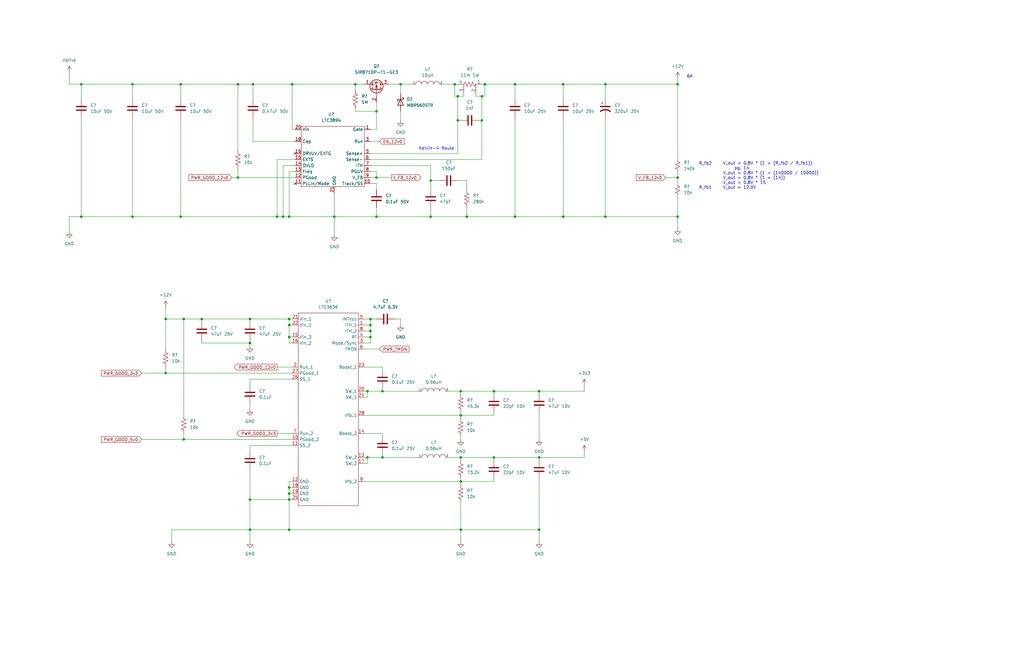
<source format=kicad_sch>
(kicad_sch (version 20210621) (generator eeschema)
  (paper "B")
  (title_block (date "2021-10-03"))
  (lib_symbols
    (symbol "Device:C" (pin_numbers hide) (pin_names (offset 0.254))
      (property "Reference" "C" (at 0.635 2.54 0))
      (property "Value" "C" (at 0.635 -2.54 0))
      (symbol "C_0_1"
        (polyline (pts (xy -2.032 -0.762) (xy 2.032 -0.762)) (stroke (width 0.508)))
        (polyline (pts (xy -2.032 0.762) (xy 2.032 0.762)) (stroke (width 0.508)))
      )
      (symbol "C_1_1"
        (pin passive line (at 0 3.81 270) (length 2.794) (name "~") (number "1"))
        (pin passive line (at 0 -3.81 90) (length 2.794) (name "~") (number "2"))
      )
    )
    (symbol "Device:C_Polarized_US" (pin_numbers hide) (pin_names (offset 0.254) hide)
      (property "Reference" "C" (at 0.635 2.54 0))
      (property "Value" "C_Polarized_US" (at 0.635 -2.54 0))
      (symbol "C_Polarized_US_0_1"
        (arc (start -2.032 -1.27) (end 2.032 -1.27) (radius (at 0 -3.81) (length 3.2512) (angles 128.7 51.3)) (stroke (width 0.508)))
        (polyline (pts (xy -2.032 0.762) (xy 2.032 0.762)) (stroke (width 0.508)))
        (polyline (pts (xy -1.778 2.286) (xy -0.762 2.286)))
        (polyline (pts (xy -1.27 1.778) (xy -1.27 2.794)))
      )
      (symbol "C_Polarized_US_1_1"
        (pin passive line (at 0 3.81 270) (length 2.794) (name "~") (number "1"))
        (pin passive line (at 0 -3.81 90) (length 3.302) (name "~") (number "2"))
      )
    )
    (symbol "Device:D_Schottky" (pin_numbers hide) (pin_names (offset 1.016) hide)
      (property "Reference" "D" (at 0 2.54 0))
      (property "Value" "D_Schottky" (at 0 -2.54 0))
      (symbol "D_Schottky_0_1"
        (polyline (pts (xy 1.27 0) (xy -1.27 0)))
        (polyline (pts (xy 1.27 1.27) (xy 1.27 -1.27) (xy -1.27 0) (xy 1.27 1.27)) (stroke (width 0.254)))
        (polyline (pts (xy -1.905 0.635) (xy -1.905 1.27) (xy -1.27 1.27) (xy -1.27 -1.27) (xy -0.635 -1.27) (xy -0.635 -0.635)) (stroke (width 0.254)))
      )
      (symbol "D_Schottky_1_1"
        (pin passive line (at -3.81 0 0) (length 2.54) (name "K") (number "1"))
        (pin passive line (at 3.81 0 180) (length 2.54) (name "A") (number "2"))
      )
    )
    (symbol "Device:Q_PMOS_SGD" (pin_names (offset 0) hide)
      (property "Reference" "Q" (at 5.08 1.27 0))
      (property "Value" "Q_PMOS_SGD" (at 5.08 -1.27 0))
      (symbol "Q_PMOS_SGD_0_1"
        (circle (center 1.651 0) (radius 2.794) (stroke (width 0.254)))
        (circle (center 2.54 -1.778) (radius 0.254) (fill (type outline)))
        (circle (center 2.54 1.778) (radius 0.254) (fill (type outline)))
        (polyline (pts (xy 0.254 0) (xy -2.54 0)))
        (polyline (pts (xy 0.254 1.905) (xy 0.254 -1.905)) (stroke (width 0.254)))
        (polyline (pts (xy 0.762 -1.27) (xy 0.762 -2.286)) (stroke (width 0.254)))
        (polyline (pts (xy 0.762 0.508) (xy 0.762 -0.508)) (stroke (width 0.254)))
        (polyline (pts (xy 0.762 2.286) (xy 0.762 1.27)) (stroke (width 0.254)))
        (polyline (pts (xy 2.54 2.54) (xy 2.54 1.778)))
        (polyline (pts (xy 2.54 -2.54) (xy 2.54 0) (xy 0.762 0)))
        (polyline (pts (xy 0.762 1.778) (xy 3.302 1.778) (xy 3.302 -1.778) (xy 0.762 -1.778)))
        (polyline (pts (xy 2.794 -0.508) (xy 2.921 -0.381) (xy 3.683 -0.381) (xy 3.81 -0.254)))
        (polyline (pts (xy 3.302 -0.381) (xy 2.921 0.254) (xy 3.683 0.254) (xy 3.302 -0.381)))
        (polyline (pts (xy 2.286 0) (xy 1.27 0.381) (xy 1.27 -0.381) (xy 2.286 0)) (fill (type outline)))
      )
      (symbol "Q_PMOS_SGD_1_1"
        (pin passive line (at 2.54 -5.08 90) (length 2.54) (name "S") (number "1"))
        (pin input line (at -5.08 0 0) (length 2.54) (name "G") (number "2"))
        (pin passive line (at 2.54 5.08 270) (length 2.54) (name "D") (number "3"))
      )
    )
    (symbol "Device:R_Shunt_US" (pin_numbers hide) (pin_names (offset 0))
      (property "Reference" "R" (at -5.08 0 90))
      (property "Value" "R_Shunt_US" (at -3.048 0 90))
      (symbol "R_Shunt_US_1_1"
        (polyline (pts (xy 0 -2.54) (xy 1.27 -2.54)))
        (polyline (pts (xy 0 -2.286) (xy 0 -2.54)))
        (polyline (pts (xy 0 2.286) (xy 0 2.54)))
        (polyline (pts (xy 1.27 2.54) (xy 0 2.54)))
        (polyline (pts (xy 0 -0.762) (xy 1.016 -1.143) (xy 0 -1.524) (xy -1.016 -1.905) (xy 0 -2.286)))
        (polyline (pts (xy 0 0.762) (xy 1.016 0.381) (xy 0 0) (xy -1.016 -0.381) (xy 0 -0.762)))
        (polyline (pts (xy 0 2.286) (xy 1.016 1.905) (xy 0 1.524) (xy -1.016 1.143) (xy 0 0.762)))
        (pin passive line (at 0 5.08 270) (length 2.54) (name "1") (number "1"))
        (pin passive line (at 3.81 2.54 180) (length 2.54) (name "2") (number "2"))
        (pin passive line (at 3.81 -2.54 180) (length 2.54) (name "3") (number "3"))
        (pin passive line (at 0 -5.08 90) (length 2.54) (name "4") (number "4"))
      )
    )
    (symbol "Device:R_Small_US" (pin_numbers hide) (pin_names (offset 0.254) hide)
      (property "Reference" "R" (at 0.762 0.508 0))
      (property "Value" "R_Small_US" (at 0.762 -1.016 0))
      (symbol "R_Small_US_1_1"
        (polyline (pts (xy 0 0) (xy 1.016 -0.381) (xy 0 -0.762) (xy -1.016 -1.143) (xy 0 -1.524)))
        (polyline (pts (xy 0 1.524) (xy 1.016 1.143) (xy 0 0.762) (xy -1.016 0.381) (xy 0 0)))
        (pin passive line (at 0 2.54 270) (length 1.016) (name "~") (number "1"))
        (pin passive line (at 0 -2.54 90) (length 1.016) (name "~") (number "2"))
      )
    )
    (symbol "Device:R_US" (pin_numbers hide) (pin_names (offset 0))
      (property "Reference" "R" (at 2.54 0 90))
      (property "Value" "R_US" (at -2.54 0 90))
      (symbol "R_US_0_1"
        (polyline (pts (xy 0 -2.286) (xy 0 -2.54)))
        (polyline (pts (xy 0 2.286) (xy 0 2.54)))
        (polyline (pts (xy 0 -0.762) (xy 1.016 -1.143) (xy 0 -1.524) (xy -1.016 -1.905) (xy 0 -2.286)))
        (polyline (pts (xy 0 0.762) (xy 1.016 0.381) (xy 0 0) (xy -1.016 -0.381) (xy 0 -0.762)))
        (polyline (pts (xy 0 2.286) (xy 1.016 1.905) (xy 0 1.524) (xy -1.016 1.143) (xy 0 0.762)))
      )
      (symbol "R_US_1_1"
        (pin passive line (at 0 3.81 270) (length 1.27) (name "~") (number "1"))
        (pin passive line (at 0 -3.81 90) (length 1.27) (name "~") (number "2"))
      )
    )
    (symbol "ltc_regulators:LTC3636"
      (property "Reference" "U" (at -11.43 -41.91 0))
      (property "Value" "LTC3636" (at 0 41.91 0))
      (symbol "LTC3636_0_1"
        (rectangle (start -12.7 40.64) (end 12.7 -40.64) (stroke (width 0.1524)))
      )
      (symbol "LTC3636_1_1"
        (pin bidirectional line (at 15.24 35.56 180) (length 2.54) (name "ITH_1") (number "1"))
        (pin input line (at -15.24 -12.7 0) (length 2.54) (name "PGood_2") (number "10"))
        (pin input line (at -15.24 -15.24 0) (length 2.54) (name "SS_2") (number "11"))
        (pin power_in line (at -15.24 -30.48 0) (length 2.54) (name "GND") (number "12"))
        (pin power_out line (at 15.24 -20.32 180) (length 2.54) (name "SW_2") (number "13"))
        (pin bidirectional line (at 15.24 -10.16 180) (length 2.54) (name "Boost_2") (number "14"))
        (pin power_in line (at -15.24 30.48 0) (length 2.54) (name "Vin_2") (number "15"))
        (pin power_in line (at -15.24 27.94 0) (length 2.54) (name "Vin_2") (number "16"))
        (pin power_out line (at 15.24 -22.86 180) (length 2.54) (name "SW_2") (number "17"))
        (pin power_in line (at -15.24 -33.02 0) (length 2.54) (name "GND") (number "18"))
        (pin power_in line (at -15.24 -35.56 0) (length 2.54) (name "GND") (number "19"))
        (pin input line (at -15.24 17.78 0) (length 2.54) (name "Run_1") (number "2"))
        (pin power_out line (at 15.24 7.62 180) (length 2.54) (name "SW_1") (number "20"))
        (pin power_in line (at -15.24 38.1 0) (length 2.54) (name "Vin_1") (number "21"))
        (pin power_in line (at -15.24 35.56 0) (length 2.54) (name "Vin_1") (number "22"))
        (pin bidirectional line (at 15.24 17.78 180) (length 2.54) (name "Boost_1") (number "23"))
        (pin power_out line (at 15.24 5.08 180) (length 2.54) (name "SW_1") (number "24"))
        (pin power_in line (at -15.24 -38.1 0) (length 2.54) (name "GND") (number "25"))
        (pin input line (at -15.24 12.7 0) (length 2.54) (name "SS_1") (number "26"))
        (pin input line (at -15.24 15.24 0) (length 2.54) (name "PGood_1") (number "27"))
        (pin input line (at 15.24 -2.54 180) (length 2.54) (name "Vfb_1") (number "28"))
        (pin input line (at 15.24 27.94 180) (length 2.54) (name "Mode/Sync") (number "3"))
        (pin input line (at 15.24 30.48 180) (length 2.54) (name "RT") (number "4"))
        (pin power_out line (at 15.24 38.1 180) (length 2.54) (name "INTVcc") (number "5"))
        (pin output line (at 15.24 25.4 180) (length 2.54) (name "TMON") (number "6"))
        (pin input line (at -15.24 -10.16 0) (length 2.54) (name "Run_2") (number "7"))
        (pin bidirectional line (at 15.24 33.02 180) (length 2.54) (name "ITH_2") (number "8"))
        (pin output line (at 15.24 -30.48 180) (length 2.54) (name "Vfb_2") (number "9"))
      )
    )
    (symbol "ltc_regulators:LTC3894"
      (property "Reference" "U" (at -12.7 -15.24 0))
      (property "Value" "LTC3894" (at -8.89 12.7 0))
      (symbol "LTC3894_0_1"
        (rectangle (start -13.97 11.43) (end 12.7 -13.97) (stroke (width 0.1524)))
      )
      (symbol "LTC3894_1_1"
        (pin output line (at 15.24 10.16 180) (length 2.54) (name "Gate") (number "1"))
        (pin bidirectional line (at 15.24 -12.7 180) (length 2.54) (name "Track/SS") (number "10"))
        (pin input line (at -16.51 -12.7 0) (length 2.54) (name "PLLIn/Mode") (number "11"))
        (pin bidirectional line (at -16.51 -10.16 0) (length 2.54) (name "PGood") (number "12"))
        (pin bidirectional line (at -16.51 -7.62 0) (length 2.54) (name "Freq") (number "13"))
        (pin input line (at -16.51 -5.08 0) (length 2.54) (name "OVLO") (number "14"))
        (pin bidirectional line (at -16.51 -2.54 0) (length 2.54) (name "EXTS") (number "15"))
        (pin bidirectional line (at -16.51 0 0) (length 2.54) (name "DRVUV/EXTG") (number "16"))
        (pin bidirectional line (at -16.51 5.08 0) (length 2.54) (name "Cap") (number "18"))
        (pin power_in line (at -16.51 10.16 0) (length 2.54) (name "Vin") (number "20"))
        (pin power_in line (at 0 -16.51 90) (length 2.54) (name "GND") (number "21"))
        (pin input line (at 15.24 5.08 180) (length 2.54) (name "Run") (number "3"))
        (pin input line (at 15.24 0 180) (length 2.54) (name "Sense+") (number "5"))
        (pin input line (at 15.24 -2.54 180) (length 2.54) (name "Sense-") (number "6"))
        (pin bidirectional line (at 15.24 -5.08 180) (length 2.54) (name "ITH") (number "7"))
        (pin input line (at 15.24 -7.62 180) (length 2.54) (name "PGUV") (number "8"))
        (pin input line (at 15.24 -10.16 180) (length 2.54) (name "V_FB") (number "9"))
      )
    )
    (symbol "power:+12V" (power) (pin_names (offset 0))
      (property "Value" "+12V" (at 0 3.556 0))
      (symbol "+12V_0_1"
        (polyline (pts (xy -0.762 1.27) (xy 0 2.54)))
        (polyline (pts (xy 0 0) (xy 0 2.54)))
        (polyline (pts (xy 0 2.54) (xy 0.762 1.27)))
      )
      (symbol "+12V_1_1"
        (pin power_in line (at 0 0 90) (length 0) hide (name "+12V") (number "1"))
      )
    )
    (symbol "power:+3V3" (power) (pin_names (offset 0))
      (property "Value" "+3V3" (at 0 3.556 0))
      (symbol "+3V3_0_1"
        (polyline (pts (xy -0.762 1.27) (xy 0 2.54)))
        (polyline (pts (xy 0 0) (xy 0 2.54)))
        (polyline (pts (xy 0 2.54) (xy 0.762 1.27)))
      )
      (symbol "+3V3_1_1"
        (pin power_in line (at 0 0 90) (length 0) hide (name "+3V3") (number "1"))
      )
    )
    (symbol "power:+5V" (power) (pin_names (offset 0))
      (property "Value" "+5V" (at 0 3.556 0))
      (symbol "+5V_0_1"
        (polyline (pts (xy -0.762 1.27) (xy 0 2.54)))
        (polyline (pts (xy 0 0) (xy 0 2.54)))
        (polyline (pts (xy 0 2.54) (xy 0.762 1.27)))
      )
      (symbol "+5V_1_1"
        (pin power_in line (at 0 0 90) (length 0) hide (name "+5V") (number "1"))
      )
    )
    (symbol "power:GND" (power) (pin_names (offset 0))
      (property "Value" "GND" (at 0 -3.81 0))
      (symbol "GND_0_1"
        (polyline (pts (xy 0 0) (xy 0 -1.27) (xy 1.27 -1.27) (xy 0 -2.54) (xy -1.27 -1.27) (xy 0 -1.27)))
      )
      (symbol "GND_1_1"
        (pin power_in line (at 0 0 270) (length 0) hide (name "GND") (number "1"))
      )
    )
    (symbol "power:Vdrive" (power) (pin_names (offset 0))
      (property "Value" "Vdrive" (at 0 3.81 0))
      (symbol "Vdrive_0_1"
        (polyline (pts (xy -0.762 1.27) (xy 0 2.54)))
        (polyline (pts (xy 0 0) (xy 0 2.54)))
        (polyline (pts (xy 0 2.54) (xy 0.762 1.27)))
      )
      (symbol "Vdrive_1_1"
        (pin power_in line (at 0 0 90) (length 0) hide (name "Vdrive") (number "1"))
      )
    )
    (symbol "pspice:INDUCTOR" (pin_numbers hide) (pin_names (offset 0))
      (property "Reference" "L" (at 0 2.54 0))
      (property "Value" "INDUCTOR" (at 0 -1.27 0))
      (symbol "INDUCTOR_0_1"
        (arc (start -2.54 0) (end -5.08 0) (radius (at -3.81 0) (length 1.27) (angles 0.1 179.9)))
        (arc (start 0 0) (end -2.54 0) (radius (at -1.27 0) (length 1.27) (angles 0.1 179.9)))
        (arc (start 2.54 0) (end 0 0) (radius (at 1.27 0) (length 1.27) (angles 0.1 179.9)))
        (arc (start 5.08 0) (end 2.54 0) (radius (at 3.81 0) (length 1.27) (angles 0.1 179.9)))
      )
      (symbol "INDUCTOR_1_1"
        (pin input line (at -6.35 0 0) (length 1.27) (name "1") (number "1"))
        (pin input line (at 6.35 0 180) (length 1.27) (name "2") (number "2"))
      )
    )
  )
  (junction (at 34.29 35.56) (diameter 0.9144))
  (junction (at 34.29 91.44) (diameter 0.9144))
  (junction (at 55.88 35.56) (diameter 0.9144))
  (junction (at 55.88 91.44) (diameter 0.9144))
  (junction (at 69.85 134.62) (diameter 0.9144))
  (junction (at 69.85 157.48) (diameter 0.9144))
  (junction (at 76.2 35.56) (diameter 0.9144))
  (junction (at 76.2 91.44) (diameter 0.9144))
  (junction (at 77.47 134.62) (diameter 0.9144))
  (junction (at 77.47 185.42) (diameter 0.9144))
  (junction (at 85.09 134.62) (diameter 0.9144))
  (junction (at 100.33 35.56) (diameter 0.9144))
  (junction (at 100.33 74.93) (diameter 0.9144))
  (junction (at 105.41 134.62) (diameter 0.9144))
  (junction (at 105.41 144.78) (diameter 0.9144))
  (junction (at 105.41 210.82) (diameter 0.9144))
  (junction (at 105.41 223.52) (diameter 0.9144))
  (junction (at 106.68 35.56) (diameter 0.9144))
  (junction (at 116.84 91.44) (diameter 0.9144))
  (junction (at 119.38 91.44) (diameter 0.9144))
  (junction (at 121.92 91.44) (diameter 0.9144))
  (junction (at 121.92 134.62) (diameter 0.9144))
  (junction (at 121.92 137.16) (diameter 0.9144))
  (junction (at 121.92 142.24) (diameter 0.9144))
  (junction (at 121.92 205.74) (diameter 0.9144))
  (junction (at 121.92 208.28) (diameter 0.9144))
  (junction (at 121.92 210.82) (diameter 0.9144))
  (junction (at 121.92 223.52) (diameter 0.9144))
  (junction (at 123.19 35.56) (diameter 0.9144))
  (junction (at 140.97 91.44) (diameter 0.9144))
  (junction (at 149.86 35.56) (diameter 0.9144))
  (junction (at 154.94 165.1) (diameter 0.9144))
  (junction (at 154.94 193.04) (diameter 0.9144))
  (junction (at 156.21 134.62) (diameter 0.9144))
  (junction (at 156.21 137.16) (diameter 0.9144))
  (junction (at 156.21 139.7) (diameter 0.9144))
  (junction (at 156.21 142.24) (diameter 0.9144))
  (junction (at 158.75 46.99) (diameter 0.9144))
  (junction (at 158.75 74.93) (diameter 0.9144))
  (junction (at 158.75 91.44) (diameter 0.9144))
  (junction (at 161.29 165.1) (diameter 0.9144))
  (junction (at 161.29 193.04) (diameter 0.9144))
  (junction (at 168.91 35.56) (diameter 0.9144))
  (junction (at 181.61 76.2) (diameter 0.9144))
  (junction (at 181.61 91.44) (diameter 0.9144))
  (junction (at 191.77 35.56) (diameter 0.9144))
  (junction (at 193.04 40.64) (diameter 0.9144))
  (junction (at 193.04 50.8) (diameter 0.9144))
  (junction (at 194.31 165.1) (diameter 0.9144))
  (junction (at 194.31 175.26) (diameter 0.9144))
  (junction (at 194.31 193.04) (diameter 0.9144))
  (junction (at 194.31 203.2) (diameter 0.9144))
  (junction (at 194.31 223.52) (diameter 0.9144))
  (junction (at 196.85 91.44) (diameter 0.9144))
  (junction (at 203.2 40.64) (diameter 0.9144))
  (junction (at 203.2 50.8) (diameter 0.9144))
  (junction (at 204.47 35.56) (diameter 0.9144))
  (junction (at 208.28 165.1) (diameter 0.9144))
  (junction (at 208.28 193.04) (diameter 0.9144))
  (junction (at 217.17 35.56) (diameter 0.9144))
  (junction (at 217.17 91.44) (diameter 0.9144))
  (junction (at 227.33 165.1) (diameter 0.9144))
  (junction (at 227.33 193.04) (diameter 0.9144))
  (junction (at 227.33 223.52) (diameter 0.9144))
  (junction (at 237.49 35.56) (diameter 0.9144))
  (junction (at 237.49 91.44) (diameter 0.9144))
  (junction (at 255.27 35.56) (diameter 0.9144))
  (junction (at 255.27 91.44) (diameter 0.9144))
  (junction (at 285.75 35.56) (diameter 0.9144))
  (junction (at 285.75 74.93) (diameter 0.9144))
  (junction (at 285.75 91.44) (diameter 0.9144))
  (no_connect (at 124.46 64.77))
  (no_connect (at 124.46 77.47))
  (wire (pts (xy 29.21 30.48) (xy 29.21 35.56)))
  (wire (pts (xy 29.21 35.56) (xy 34.29 35.56)))
  (wire (pts (xy 29.21 91.44) (xy 29.21 97.79)))
  (wire (pts (xy 34.29 35.56) (xy 34.29 41.91)))
  (wire (pts (xy 34.29 35.56) (xy 55.88 35.56)))
  (wire (pts (xy 34.29 49.53) (xy 34.29 91.44)))
  (wire (pts (xy 34.29 91.44) (xy 29.21 91.44)))
  (wire (pts (xy 34.29 91.44) (xy 55.88 91.44)))
  (wire (pts (xy 55.88 35.56) (xy 55.88 41.91)))
  (wire (pts (xy 55.88 35.56) (xy 76.2 35.56)))
  (wire (pts (xy 55.88 49.53) (xy 55.88 91.44)))
  (wire (pts (xy 55.88 91.44) (xy 76.2 91.44)))
  (wire (pts (xy 59.69 157.48) (xy 69.85 157.48)))
  (wire (pts (xy 59.69 185.42) (xy 77.47 185.42)))
  (wire (pts (xy 69.85 134.62) (xy 69.85 129.54)))
  (wire (pts (xy 69.85 134.62) (xy 69.85 147.32)))
  (wire (pts (xy 69.85 154.94) (xy 69.85 157.48)))
  (wire (pts (xy 69.85 157.48) (xy 123.19 157.48)))
  (wire (pts (xy 72.39 223.52) (xy 105.41 223.52)))
  (wire (pts (xy 72.39 228.6) (xy 72.39 223.52)))
  (wire (pts (xy 76.2 35.56) (xy 76.2 41.91)))
  (wire (pts (xy 76.2 35.56) (xy 100.33 35.56)))
  (wire (pts (xy 76.2 49.53) (xy 76.2 91.44)))
  (wire (pts (xy 76.2 91.44) (xy 116.84 91.44)))
  (wire (pts (xy 77.47 134.62) (xy 69.85 134.62)))
  (wire (pts (xy 77.47 134.62) (xy 77.47 175.26)))
  (wire (pts (xy 77.47 134.62) (xy 85.09 134.62)))
  (wire (pts (xy 77.47 182.88) (xy 77.47 185.42)))
  (wire (pts (xy 77.47 185.42) (xy 123.19 185.42)))
  (wire (pts (xy 85.09 134.62) (xy 85.09 135.89)))
  (wire (pts (xy 85.09 143.51) (xy 85.09 144.78)))
  (wire (pts (xy 85.09 144.78) (xy 105.41 144.78)))
  (wire (pts (xy 97.79 74.93) (xy 100.33 74.93)))
  (wire (pts (xy 100.33 35.56) (xy 100.33 63.5)))
  (wire (pts (xy 100.33 35.56) (xy 106.68 35.56)))
  (wire (pts (xy 100.33 71.12) (xy 100.33 74.93)))
  (wire (pts (xy 100.33 74.93) (xy 124.46 74.93)))
  (wire (pts (xy 105.41 134.62) (xy 85.09 134.62)))
  (wire (pts (xy 105.41 134.62) (xy 105.41 135.89)))
  (wire (pts (xy 105.41 143.51) (xy 105.41 144.78)))
  (wire (pts (xy 105.41 144.78) (xy 105.41 146.05)))
  (wire (pts (xy 105.41 160.02) (xy 123.19 160.02)))
  (wire (pts (xy 105.41 162.56) (xy 105.41 160.02)))
  (wire (pts (xy 105.41 170.18) (xy 105.41 172.72)))
  (wire (pts (xy 105.41 187.96) (xy 123.19 187.96)))
  (wire (pts (xy 105.41 190.5) (xy 105.41 187.96)))
  (wire (pts (xy 105.41 198.12) (xy 105.41 210.82)))
  (wire (pts (xy 105.41 210.82) (xy 105.41 223.52)))
  (wire (pts (xy 105.41 210.82) (xy 121.92 210.82)))
  (wire (pts (xy 105.41 223.52) (xy 105.41 228.6)))
  (wire (pts (xy 106.68 35.56) (xy 106.68 41.91)))
  (wire (pts (xy 106.68 35.56) (xy 123.19 35.56)))
  (wire (pts (xy 106.68 49.53) (xy 106.68 59.69)))
  (wire (pts (xy 106.68 59.69) (xy 124.46 59.69)))
  (wire (pts (xy 116.84 67.31) (xy 116.84 91.44)))
  (wire (pts (xy 116.84 91.44) (xy 119.38 91.44)))
  (wire (pts (xy 116.84 154.94) (xy 123.19 154.94)))
  (wire (pts (xy 116.84 182.88) (xy 123.19 182.88)))
  (wire (pts (xy 119.38 69.85) (xy 119.38 91.44)))
  (wire (pts (xy 119.38 91.44) (xy 121.92 91.44)))
  (wire (pts (xy 121.92 72.39) (xy 121.92 91.44)))
  (wire (pts (xy 121.92 91.44) (xy 140.97 91.44)))
  (wire (pts (xy 121.92 134.62) (xy 105.41 134.62)))
  (wire (pts (xy 121.92 134.62) (xy 123.19 134.62)))
  (wire (pts (xy 121.92 137.16) (xy 121.92 134.62)))
  (wire (pts (xy 121.92 137.16) (xy 123.19 137.16)))
  (wire (pts (xy 121.92 142.24) (xy 121.92 137.16)))
  (wire (pts (xy 121.92 142.24) (xy 123.19 142.24)))
  (wire (pts (xy 121.92 144.78) (xy 121.92 142.24)))
  (wire (pts (xy 121.92 203.2) (xy 121.92 205.74)))
  (wire (pts (xy 121.92 205.74) (xy 121.92 208.28)))
  (wire (pts (xy 121.92 205.74) (xy 123.19 205.74)))
  (wire (pts (xy 121.92 208.28) (xy 121.92 210.82)))
  (wire (pts (xy 121.92 208.28) (xy 123.19 208.28)))
  (wire (pts (xy 121.92 210.82) (xy 121.92 223.52)))
  (wire (pts (xy 121.92 210.82) (xy 123.19 210.82)))
  (wire (pts (xy 121.92 223.52) (xy 105.41 223.52)))
  (wire (pts (xy 121.92 223.52) (xy 194.31 223.52)))
  (wire (pts (xy 123.19 35.56) (xy 123.19 54.61)))
  (wire (pts (xy 123.19 144.78) (xy 121.92 144.78)))
  (wire (pts (xy 123.19 203.2) (xy 121.92 203.2)))
  (wire (pts (xy 124.46 54.61) (xy 123.19 54.61)))
  (wire (pts (xy 124.46 67.31) (xy 116.84 67.31)))
  (wire (pts (xy 124.46 69.85) (xy 119.38 69.85)))
  (wire (pts (xy 124.46 72.39) (xy 121.92 72.39)))
  (wire (pts (xy 140.97 81.28) (xy 140.97 91.44)))
  (wire (pts (xy 140.97 91.44) (xy 140.97 99.06)))
  (wire (pts (xy 140.97 91.44) (xy 158.75 91.44)))
  (wire (pts (xy 149.86 35.56) (xy 123.19 35.56)))
  (wire (pts (xy 149.86 35.56) (xy 149.86 38.1)))
  (wire (pts (xy 149.86 45.72) (xy 149.86 46.99)))
  (wire (pts (xy 149.86 46.99) (xy 158.75 46.99)))
  (wire (pts (xy 153.67 35.56) (xy 149.86 35.56)))
  (wire (pts (xy 153.67 137.16) (xy 156.21 137.16)))
  (wire (pts (xy 153.67 139.7) (xy 156.21 139.7)))
  (wire (pts (xy 153.67 142.24) (xy 156.21 142.24)))
  (wire (pts (xy 153.67 144.78) (xy 156.21 144.78)))
  (wire (pts (xy 153.67 147.32) (xy 160.02 147.32)))
  (wire (pts (xy 153.67 154.94) (xy 161.29 154.94)))
  (wire (pts (xy 153.67 165.1) (xy 154.94 165.1)))
  (wire (pts (xy 153.67 167.64) (xy 154.94 167.64)))
  (wire (pts (xy 153.67 175.26) (xy 194.31 175.26)))
  (wire (pts (xy 153.67 182.88) (xy 161.29 182.88)))
  (wire (pts (xy 153.67 193.04) (xy 154.94 193.04)))
  (wire (pts (xy 153.67 195.58) (xy 154.94 195.58)))
  (wire (pts (xy 153.67 203.2) (xy 194.31 203.2)))
  (wire (pts (xy 154.94 165.1) (xy 161.29 165.1)))
  (wire (pts (xy 154.94 167.64) (xy 154.94 165.1)))
  (wire (pts (xy 154.94 193.04) (xy 154.94 195.58)))
  (wire (pts (xy 154.94 193.04) (xy 161.29 193.04)))
  (wire (pts (xy 156.21 54.61) (xy 158.75 54.61)))
  (wire (pts (xy 156.21 59.69) (xy 160.02 59.69)))
  (wire (pts (xy 156.21 64.77) (xy 193.04 64.77)))
  (wire (pts (xy 156.21 67.31) (xy 203.2 67.31)))
  (wire (pts (xy 156.21 69.85) (xy 181.61 69.85)))
  (wire (pts (xy 156.21 72.39) (xy 158.75 72.39)))
  (wire (pts (xy 156.21 74.93) (xy 158.75 74.93)))
  (wire (pts (xy 156.21 77.47) (xy 158.75 77.47)))
  (wire (pts (xy 156.21 134.62) (xy 153.67 134.62)))
  (wire (pts (xy 156.21 134.62) (xy 158.75 134.62)))
  (wire (pts (xy 156.21 137.16) (xy 156.21 134.62)))
  (wire (pts (xy 156.21 139.7) (xy 156.21 137.16)))
  (wire (pts (xy 156.21 142.24) (xy 156.21 139.7)))
  (wire (pts (xy 156.21 144.78) (xy 156.21 142.24)))
  (wire (pts (xy 158.75 46.99) (xy 158.75 43.18)))
  (wire (pts (xy 158.75 54.61) (xy 158.75 46.99)))
  (wire (pts (xy 158.75 72.39) (xy 158.75 74.93)))
  (wire (pts (xy 158.75 74.93) (xy 165.1 74.93)))
  (wire (pts (xy 158.75 77.47) (xy 158.75 80.01)))
  (wire (pts (xy 158.75 87.63) (xy 158.75 91.44)))
  (wire (pts (xy 158.75 91.44) (xy 181.61 91.44)))
  (wire (pts (xy 161.29 154.94) (xy 161.29 156.21)))
  (wire (pts (xy 161.29 165.1) (xy 161.29 163.83)))
  (wire (pts (xy 161.29 165.1) (xy 176.53 165.1)))
  (wire (pts (xy 161.29 182.88) (xy 161.29 184.15)))
  (wire (pts (xy 161.29 193.04) (xy 161.29 191.77)))
  (wire (pts (xy 161.29 193.04) (xy 176.53 193.04)))
  (wire (pts (xy 163.83 35.56) (xy 168.91 35.56)))
  (wire (pts (xy 166.37 134.62) (xy 168.91 134.62)))
  (wire (pts (xy 168.91 35.56) (xy 168.91 39.37)))
  (wire (pts (xy 168.91 35.56) (xy 173.99 35.56)))
  (wire (pts (xy 168.91 46.99) (xy 168.91 50.8)))
  (wire (pts (xy 168.91 134.62) (xy 168.91 137.16)))
  (wire (pts (xy 181.61 76.2) (xy 181.61 69.85)))
  (wire (pts (xy 181.61 76.2) (xy 185.42 76.2)))
  (wire (pts (xy 181.61 80.01) (xy 181.61 76.2)))
  (wire (pts (xy 181.61 87.63) (xy 181.61 91.44)))
  (wire (pts (xy 181.61 91.44) (xy 196.85 91.44)))
  (wire (pts (xy 186.69 35.56) (xy 191.77 35.56)))
  (wire (pts (xy 189.23 165.1) (xy 194.31 165.1)))
  (wire (pts (xy 189.23 193.04) (xy 194.31 193.04)))
  (wire (pts (xy 191.77 35.56) (xy 191.77 40.64)))
  (wire (pts (xy 191.77 35.56) (xy 193.04 35.56)))
  (wire (pts (xy 191.77 40.64) (xy 193.04 40.64)))
  (wire (pts (xy 193.04 40.64) (xy 193.04 50.8)))
  (wire (pts (xy 193.04 40.64) (xy 195.58 40.64)))
  (wire (pts (xy 193.04 50.8) (xy 193.04 64.77)))
  (wire (pts (xy 193.04 50.8) (xy 194.31 50.8)))
  (wire (pts (xy 193.04 76.2) (xy 196.85 76.2)))
  (wire (pts (xy 194.31 165.1) (xy 194.31 166.37)))
  (wire (pts (xy 194.31 173.99) (xy 194.31 175.26)))
  (wire (pts (xy 194.31 175.26) (xy 194.31 176.53)))
  (wire (pts (xy 194.31 184.15) (xy 194.31 185.42)))
  (wire (pts (xy 194.31 193.04) (xy 194.31 194.31)))
  (wire (pts (xy 194.31 193.04) (xy 208.28 193.04)))
  (wire (pts (xy 194.31 201.93) (xy 194.31 203.2)))
  (wire (pts (xy 194.31 203.2) (xy 194.31 204.47)))
  (wire (pts (xy 194.31 203.2) (xy 208.28 203.2)))
  (wire (pts (xy 194.31 223.52) (xy 194.31 212.09)))
  (wire (pts (xy 194.31 223.52) (xy 194.31 228.6)))
  (wire (pts (xy 194.31 223.52) (xy 227.33 223.52)))
  (wire (pts (xy 195.58 39.37) (xy 195.58 40.64)))
  (wire (pts (xy 196.85 76.2) (xy 196.85 80.01)))
  (wire (pts (xy 196.85 87.63) (xy 196.85 91.44)))
  (wire (pts (xy 196.85 91.44) (xy 217.17 91.44)))
  (wire (pts (xy 200.66 39.37) (xy 200.66 40.64)))
  (wire (pts (xy 201.93 50.8) (xy 203.2 50.8)))
  (wire (pts (xy 203.2 35.56) (xy 204.47 35.56)))
  (wire (pts (xy 203.2 40.64) (xy 200.66 40.64)))
  (wire (pts (xy 203.2 40.64) (xy 203.2 50.8)))
  (wire (pts (xy 203.2 50.8) (xy 203.2 67.31)))
  (wire (pts (xy 204.47 35.56) (xy 204.47 40.64)))
  (wire (pts (xy 204.47 35.56) (xy 217.17 35.56)))
  (wire (pts (xy 204.47 40.64) (xy 203.2 40.64)))
  (wire (pts (xy 208.28 165.1) (xy 194.31 165.1)))
  (wire (pts (xy 208.28 165.1) (xy 227.33 165.1)))
  (wire (pts (xy 208.28 166.37) (xy 208.28 165.1)))
  (wire (pts (xy 208.28 173.99) (xy 208.28 175.26)))
  (wire (pts (xy 208.28 175.26) (xy 194.31 175.26)))
  (wire (pts (xy 208.28 193.04) (xy 227.33 193.04)))
  (wire (pts (xy 208.28 194.31) (xy 208.28 193.04)))
  (wire (pts (xy 208.28 201.93) (xy 208.28 203.2)))
  (wire (pts (xy 217.17 35.56) (xy 217.17 41.91)))
  (wire (pts (xy 217.17 35.56) (xy 237.49 35.56)))
  (wire (pts (xy 217.17 49.53) (xy 217.17 91.44)))
  (wire (pts (xy 217.17 91.44) (xy 237.49 91.44)))
  (wire (pts (xy 227.33 165.1) (xy 246.38 165.1)))
  (wire (pts (xy 227.33 166.37) (xy 227.33 165.1)))
  (wire (pts (xy 227.33 173.99) (xy 227.33 185.42)))
  (wire (pts (xy 227.33 193.04) (xy 227.33 194.31)))
  (wire (pts (xy 227.33 193.04) (xy 246.38 193.04)))
  (wire (pts (xy 227.33 223.52) (xy 227.33 201.93)))
  (wire (pts (xy 227.33 223.52) (xy 227.33 228.6)))
  (wire (pts (xy 237.49 35.56) (xy 237.49 41.91)))
  (wire (pts (xy 237.49 35.56) (xy 255.27 35.56)))
  (wire (pts (xy 237.49 49.53) (xy 237.49 91.44)))
  (wire (pts (xy 237.49 91.44) (xy 255.27 91.44)))
  (wire (pts (xy 246.38 162.56) (xy 246.38 165.1)))
  (wire (pts (xy 246.38 190.5) (xy 246.38 193.04)))
  (wire (pts (xy 255.27 35.56) (xy 255.27 41.91)))
  (wire (pts (xy 255.27 35.56) (xy 285.75 35.56)))
  (wire (pts (xy 255.27 49.53) (xy 255.27 91.44)))
  (wire (pts (xy 255.27 91.44) (xy 285.75 91.44)))
  (wire (pts (xy 280.67 74.93) (xy 285.75 74.93)))
  (wire (pts (xy 285.75 33.02) (xy 285.75 35.56)))
  (wire (pts (xy 285.75 35.56) (xy 285.75 67.31)))
  (wire (pts (xy 285.75 72.39) (xy 285.75 74.93)))
  (wire (pts (xy 285.75 74.93) (xy 285.75 77.47)))
  (wire (pts (xy 285.75 82.55) (xy 285.75 91.44)))
  (wire (pts (xy 285.75 91.44) (xy 285.75 96.52)))
  (text "Kelvin-4 Route" (at 176.53 63.5 0) (effects (font (size 1.27 1.27)) (justify left bottom)))
  (text "6A" (at 289.56 33.02 0) (effects (font (size 1.27 1.27)) (justify left bottom)))
  (text "R_fb2" (at 294.64 69.85 0) (effects (font (size 1.27 1.27)) (justify left bottom)))
  (text "R_fb1\n" (at 294.64 80.01 0) (effects (font (size 1.27 1.27)) (justify left bottom)))
  (text "V_out = 0.8V * (1 + (R_fb2 / R_fb1))\n	pg. 14\nV_out = 0.8V * (1 + (140000 / 10000))\nV_out = 0.8V * (1 + (14))\nV_out = 0.8V * 15\nV_out = 12.0V" (at 304.8 80.01 0) (effects (font (size 1.27 1.27)) (justify left bottom)))
  (global_label "PWR_GOOD_3v3" (shape input) (at 59.69 157.48 180) (property "Intersheet References" "${INTERSHEET_REFS}" (effects hide)))
  (global_label "PWR_GOOD_5v0" (shape input) (at 59.69 185.42 180) (property "Intersheet References" "${INTERSHEET_REFS}" (effects hide)))
  (global_label "PWR_GOOD_12v0" (shape input) (at 97.79 74.93 180) (property "Intersheet References" "${INTERSHEET_REFS}" (effects hide)))
  (global_label "PWR_GOOD_12v0" (shape output) (at 116.84 154.94 180) (property "Intersheet References" "${INTERSHEET_REFS}" (effects hide)))
  (global_label "PWR_GOOD_3v3" (shape output) (at 116.84 182.88 180) (property "Intersheet References" "${INTERSHEET_REFS}" (effects hide)))
  (global_label "EN_12v0" (shape input) (at 160.02 59.69 0) (property "Intersheet References" "${INTERSHEET_REFS}" (effects hide)))
  (global_label "PWR_TMON" (shape input) (at 160.02 147.32 0) (property "Intersheet References" "${INTERSHEET_REFS}" (effects hide)))
  (global_label "V_FB_12v0" (shape output) (at 165.1 74.93 0) (property "Intersheet References" "${INTERSHEET_REFS}" (effects hide)))
  (global_label "V_FB_12v0" (shape input) (at 280.67 74.93 180) (property "Intersheet References" "${INTERSHEET_REFS}" (effects hide)))
  (symbol (lib_id "power:Vdrive") (at 29.21 30.48 0) (unit 1)
    (property "Reference" "#PWR?" (effects hide))
    (property "Value" "Vdrive" (at 29.21 25.4 0))
  )
  (symbol (lib_id "power:+12V") (at 69.85 129.54 0) (unit 1)
    (property "Reference" "#PWR?" (effects hide))
    (property "Value" "+12V" (at 69.85 124.46 0))
  )
  (symbol (lib_id "power:+3V3") (at 246.38 162.56 0) (unit 1)
    (property "Reference" "#PWR?" (effects hide))
    (property "Value" "+3V3" (at 246.38 157.48 0))
  )
  (symbol (lib_id "power:+5V") (at 246.38 190.5 0) (unit 1)
    (property "Reference" "#PWR?" (effects hide))
    (property "Value" "+5V" (at 246.38 185.42 0))
  )
  (symbol (lib_id "power:+12V") (at 285.75 33.02 0) (unit 1)
    (property "Reference" "#PWR?" (effects hide))
    (property "Value" "+12V" (at 285.75 27.94 0))
  )
  (symbol (lib_id "power:GND") (at 29.21 97.79 0) (unit 1)
    (property "Reference" "#PWR?" (effects hide))
    (property "Value" "GND" (at 29.21 102.87 0))
  )
  (symbol (lib_id "power:GND") (at 72.39 228.6 0) (unit 1)
    (property "Reference" "#PWR?" (effects hide))
    (property "Value" "GND" (at 72.39 233.68 0))
  )
  (symbol (lib_id "power:GND") (at 105.41 146.05 0) (unit 1)
    (property "Reference" "#PWR?" (effects hide))
    (property "Value" "GND" (at 105.41 151.13 0))
  )
  (symbol (lib_id "power:GND") (at 105.41 172.72 0) (unit 1)
    (property "Reference" "#PWR?" (effects hide))
    (property "Value" "GND" (at 105.41 177.8 0))
  )
  (symbol (lib_id "power:GND") (at 105.41 228.6 0) (unit 1)
    (property "Reference" "#PWR?" (effects hide))
    (property "Value" "GND" (at 105.41 233.68 0))
  )
  (symbol (lib_id "power:GND") (at 140.97 99.06 0) (unit 1)
    (property "Reference" "#PWR?" (effects hide))
    (property "Value" "GND" (at 140.97 104.14 0))
  )
  (symbol (lib_id "power:GND") (at 168.91 50.8 0) (unit 1)
    (property "Reference" "#PWR?" (effects hide))
    (property "Value" "GND" (at 168.91 55.88 0))
  )
  (symbol (lib_id "power:GND") (at 168.91 137.16 0) (unit 1)
    (property "Reference" "#PWR?" (effects hide))
    (property "Value" "GND" (at 168.91 142.24 0))
  )
  (symbol (lib_id "power:GND") (at 194.31 185.42 0) (unit 1)
    (property "Reference" "#PWR?" (effects hide))
    (property "Value" "GND" (at 194.31 190.5 0))
  )
  (symbol (lib_id "power:GND") (at 194.31 228.6 0) (unit 1)
    (property "Reference" "#PWR?" (effects hide))
    (property "Value" "GND" (at 194.31 233.68 0))
  )
  (symbol (lib_id "power:GND") (at 227.33 185.42 0) (unit 1)
    (property "Reference" "#PWR?" (effects hide))
    (property "Value" "GND" (at 227.33 190.5 0))
  )
  (symbol (lib_id "power:GND") (at 227.33 228.6 0) (unit 1)
    (property "Reference" "#PWR?" (effects hide))
    (property "Value" "GND" (at 227.33 233.68 0))
  )
  (symbol (lib_id "power:GND") (at 285.75 96.52 0) (unit 1)
    (property "Reference" "#PWR?" (effects hide))
    (property "Value" "GND" (at 285.75 101.6 0))
  )
  (symbol (lib_id "Device:R_Small_US") (at 285.75 69.85 0) (unit 1)
    (property "Reference" "R?" (at 288.29 68.5799 0) (effects (justify left)))
    (property "Value" "140k" (at 288.29 71.1199 0) (effects (justify left)))
  )
  (symbol (lib_id "Device:R_Small_US") (at 285.75 80.01 0) (unit 1)
    (property "Reference" "R?" (at 288.29 78.7399 0) (effects (justify left)))
    (property "Value" "10k" (at 288.29 81.2799 0) (effects (justify left)))
  )
  (symbol (lib_id "Device:R_US") (at 69.85 151.13 180) (unit 1)
    (property "Reference" "R?" (at 72.39 149.8599 0) (effects (justify right)))
    (property "Value" "10k" (at 72.39 152.3999 0) (effects (justify right)))
  )
  (symbol (lib_id "Device:R_US") (at 77.47 179.07 180) (unit 1)
    (property "Reference" "R?" (at 80.01 177.7999 0) (effects (justify right)))
    (property "Value" "10k" (at 80.01 180.3399 0) (effects (justify right)))
  )
  (symbol (lib_id "Device:R_US") (at 100.33 67.31 180) (unit 1)
    (property "Reference" "R?" (at 102.87 66.0399 0) (effects (justify right)))
    (property "Value" "10k" (at 102.87 68.5799 0) (effects (justify right)))
  )
  (symbol (lib_id "Device:R_US") (at 149.86 41.91 0) (unit 1)
    (property "Reference" "R?" (at 152.4 40.6399 0) (effects (justify left)))
    (property "Value" "1M" (at 152.4 43.1799 0) (effects (justify left)))
  )
  (symbol (lib_id "Device:R_US") (at 194.31 170.18 0) (unit 1)
    (property "Reference" "R?" (at 196.85 168.9099 0) (effects (justify left)))
    (property "Value" "45.3k" (at 196.85 171.4499 0) (effects (justify left)))
  )
  (symbol (lib_id "Device:R_US") (at 194.31 180.34 0) (unit 1)
    (property "Reference" "R?" (at 196.85 179.0699 0) (effects (justify left)))
    (property "Value" "10k" (at 196.85 181.6099 0) (effects (justify left)))
  )
  (symbol (lib_id "Device:R_US") (at 194.31 198.12 0) (unit 1)
    (property "Reference" "R?" (at 196.85 196.8499 0) (effects (justify left)))
    (property "Value" "73.2k" (at 196.85 199.3899 0) (effects (justify left)))
  )
  (symbol (lib_id "Device:R_US") (at 194.31 208.28 0) (unit 1)
    (property "Reference" "R?" (at 196.85 207.0099 0) (effects (justify left)))
    (property "Value" "10k" (at 196.85 209.5499 0) (effects (justify left)))
  )
  (symbol (lib_id "Device:R_US") (at 196.85 83.82 0) (unit 1)
    (property "Reference" "R?" (at 199.39 82.5499 0) (effects (justify left)))
    (property "Value" "280k" (at 199.39 85.0899 0) (effects (justify left)))
  )
  (symbol (lib_id "pspice:INDUCTOR") (at 180.34 35.56 0) (unit 1)
    (property "Reference" "L?" (at 180.34 29.21 0))
    (property "Value" "10uH" (at 180.34 31.75 0))
    (property "Datasheet" "https://www.digikey.com/en/products/detail/sumida-america-components-inc/104CDMCCDS-100MC/5812441" (effects hide))
  )
  (symbol (lib_id "pspice:INDUCTOR") (at 182.88 165.1 0) (unit 1)
    (property "Reference" "L?" (at 182.88 158.75 0))
    (property "Value" "0.56uH" (at 182.88 161.29 0))
    (property "Datasheet" "https://www.digikey.com/en/products/detail/bourns-inc/SRP3012TA-R56M/9350989" (effects hide))
  )
  (symbol (lib_id "pspice:INDUCTOR") (at 182.88 193.04 0) (unit 1)
    (property "Reference" "L?" (at 182.88 186.69 0))
    (property "Value" "0.56uH" (at 182.88 189.23 0))
    (property "Datasheet" "https://www.digikey.com/en/products/detail/bourns-inc/SRP3012TA-R56M/9350989" (effects hide))
  )
  (symbol (lib_id "Device:D_Schottky") (at 168.91 43.18 270) (unit 1)
    (property "Reference" "D?" (at 171.45 41.9099 90) (effects (justify left)))
    (property "Value" "MBR560STR" (at 171.45 44.4499 90) (effects (justify left)))
    (property "Datasheet" "https://www.digikey.com/en/products/detail/smc-diode-solutions/MBR560STR/6022530" (effects hide))
  )
  (symbol (lib_id "Device:C") (at 34.29 45.72 0) (unit 1)
    (property "Reference" "C?" (at 38.1 44.4499 0) (effects (justify left)))
    (property "Value" "10uF 50V" (at 38.1 46.9899 0) (effects (justify left)))
  )
  (symbol (lib_id "Device:C") (at 55.88 45.72 0) (unit 1)
    (property "Reference" "C?" (at 59.69 44.4499 0) (effects (justify left)))
    (property "Value" "10uF 50V" (at 59.69 46.9899 0) (effects (justify left)))
  )
  (symbol (lib_id "Device:C") (at 76.2 45.72 0) (unit 1)
    (property "Reference" "C?" (at 80.01 44.4499 0) (effects (justify left)))
    (property "Value" "10uF 50V" (at 80.01 46.9899 0) (effects (justify left)))
  )
  (symbol (lib_id "Device:C") (at 85.09 139.7 0) (unit 1)
    (property "Reference" "C?" (at 88.9 138.4299 0) (effects (justify left)))
    (property "Value" "47uF 25V" (at 88.9 140.9699 0) (effects (justify left)))
  )
  (symbol (lib_id "Device:C") (at 105.41 139.7 0) (unit 1)
    (property "Reference" "C?" (at 109.22 138.4299 0) (effects (justify left)))
    (property "Value" "47uF 25V" (at 109.22 140.9699 0) (effects (justify left)))
  )
  (symbol (lib_id "Device:C") (at 105.41 166.37 0) (unit 1)
    (property "Reference" "C?" (at 109.22 165.0999 0) (effects (justify left)))
    (property "Value" "0.1uF" (at 109.22 167.6399 0) (effects (justify left)))
  )
  (symbol (lib_id "Device:C") (at 105.41 194.31 0) (unit 1)
    (property "Reference" "C?" (at 109.22 193.0399 0) (effects (justify left)))
    (property "Value" "0.1uF" (at 109.22 195.5799 0) (effects (justify left)))
  )
  (symbol (lib_id "Device:C") (at 106.68 45.72 0) (unit 1)
    (property "Reference" "C?" (at 110.49 44.4499 0) (effects (justify left)))
    (property "Value" "0.47uF 50V" (at 110.49 46.9899 0) (effects (justify left)))
  )
  (symbol (lib_id "Device:C") (at 158.75 83.82 0) (unit 1)
    (property "Reference" "C?" (at 162.56 82.5499 0) (effects (justify left)))
    (property "Value" "0.1uF 50V" (at 162.56 85.0899 0) (effects (justify left)))
  )
  (symbol (lib_id "Device:C") (at 161.29 160.02 0) (unit 1)
    (property "Reference" "C?" (at 165.1 158.7499 0) (effects (justify left)))
    (property "Value" "0.1uF 25V" (at 165.1 161.2899 0) (effects (justify left)))
  )
  (symbol (lib_id "Device:C") (at 161.29 187.96 0) (unit 1)
    (property "Reference" "C?" (at 165.1 186.6899 0) (effects (justify left)))
    (property "Value" "0.1uF 25V" (at 165.1 189.2299 0) (effects (justify left)))
  )
  (symbol (lib_id "Device:C") (at 162.56 134.62 90) (unit 1)
    (property "Reference" "C?" (at 162.56 127 90))
    (property "Value" "4.7uF 6.3V" (at 162.56 129.54 90))
  )
  (symbol (lib_id "Device:C") (at 181.61 83.82 0) (unit 1)
    (property "Reference" "C?" (at 185.42 82.5499 0) (effects (justify left)))
    (property "Value" "47pF" (at 185.42 85.0899 0) (effects (justify left)))
  )
  (symbol (lib_id "Device:C") (at 189.23 76.2 90) (unit 1)
    (property "Reference" "C?" (at 189.23 68.58 90))
    (property "Value" "150pF" (at 189.23 71.12 90))
  )
  (symbol (lib_id "Device:C") (at 198.12 50.8 90) (unit 1)
    (property "Reference" "C?" (at 198.12 43.18 90))
    (property "Value" "1nF" (at 198.12 45.72 90))
  )
  (symbol (lib_id "Device:C") (at 208.28 170.18 0) (unit 1)
    (property "Reference" "C?" (at 212.09 168.9099 0) (effects (justify left)))
    (property "Value" "22pF 10V" (at 212.09 171.4499 0) (effects (justify left)))
  )
  (symbol (lib_id "Device:C") (at 208.28 198.12 0) (unit 1)
    (property "Reference" "C?" (at 212.09 196.8499 0) (effects (justify left)))
    (property "Value" "22pF 10V" (at 212.09 199.3899 0) (effects (justify left)))
  )
  (symbol (lib_id "Device:C") (at 217.17 45.72 0) (unit 1)
    (property "Reference" "C?" (at 220.98 44.4499 0) (effects (justify left)))
    (property "Value" "10uF 25V" (at 220.98 46.9899 0) (effects (justify left)))
  )
  (symbol (lib_id "Device:C") (at 227.33 170.18 0) (unit 1)
    (property "Reference" "C?" (at 231.14 168.9099 0) (effects (justify left)))
    (property "Value" "47uF 10V" (at 231.14 171.4499 0) (effects (justify left)))
  )
  (symbol (lib_id "Device:C") (at 227.33 198.12 0) (unit 1)
    (property "Reference" "C?" (at 231.14 196.8499 0) (effects (justify left)))
    (property "Value" "47uF 10V" (at 231.14 199.3899 0) (effects (justify left)))
  )
  (symbol (lib_id "Device:C") (at 237.49 45.72 0) (unit 1)
    (property "Reference" "C?" (at 241.3 44.4499 0) (effects (justify left)))
    (property "Value" "10uF 25V" (at 241.3 46.9899 0) (effects (justify left)))
  )
  (symbol (lib_id "Device:C_Polarized_US") (at 255.27 45.72 0) (unit 1)
    (property "Reference" "C?" (at 259.08 44.4499 0) (effects (justify left)))
    (property "Value" "320uF 25V" (at 259.08 46.9899 0) (effects (justify left)))
    (property "Datasheet" "https://www.digikey.com/en/products/detail/surge/RXK331M1EBK-0815S/12321824" (effects hide))
  )
  (symbol (lib_id "Device:R_Shunt_US") (at 198.12 35.56 270) (unit 1)
    (property "Reference" "R?" (at 198.12 29.21 90))
    (property "Value" "11m 1W" (at 198.12 31.75 90))
    (property "Datasheet" "https://www.digikey.com/en/products/detail/panasonic-electronic-components/ERJ-8CWFR011V/4926998" (effects hide))
  )
  (symbol (lib_id "Device:Q_PMOS_SGD") (at 158.75 38.1 270) (mirror x) (unit 1)
    (property "Reference" "Q?" (at 158.75 27.94 90))
    (property "Value" "SIR871DP-T1-GE3" (at 158.75 30.48 90))
  )
  (symbol (lib_id "ltc_regulators:LTC3894") (at 140.97 64.77 0) (unit 1)
    (property "Reference" "U?" (at 139.7 48.26 0))
    (property "Value" "LTC3894" (at 139.7 50.8 0))
  )
  (symbol (lib_id "ltc_regulators:LTC3636") (at 138.43 172.72 0) (unit 1)
    (property "Reference" "U?" (at 138.43 127 0))
    (property "Value" "LTC3636" (at 138.43 129.54 0))
    (property "Datasheet" "https://www.digikey.com/en/products/detail/analog-devices-inc/LTC3636IUFD-TRPBF/7423151" (effects hide))
  )
)
</source>
